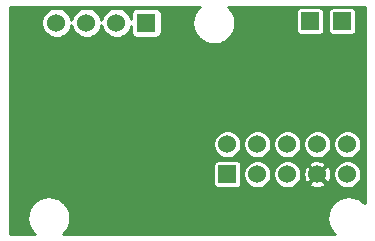
<source format=gbl>
G04 (created by PCBNEW (2013-07-07 BZR 4022)-stable) date 03/12/2013 12:33:29*
%MOIN*%
G04 Gerber Fmt 3.4, Leading zero omitted, Abs format*
%FSLAX34Y34*%
G01*
G70*
G90*
G04 APERTURE LIST*
%ADD10C,0.00590551*%
%ADD11R,0.06X0.06*%
%ADD12C,0.06*%
%ADD13C,0.011811*%
%ADD14C,0.00984252*%
G04 APERTURE END LIST*
G54D10*
G54D11*
X90450Y-26300D03*
G54D12*
X90450Y-25300D03*
X91450Y-26300D03*
X91450Y-25300D03*
X92450Y-26300D03*
X92450Y-25300D03*
X93450Y-26300D03*
X93450Y-25300D03*
X94450Y-26300D03*
X94450Y-25300D03*
G54D11*
X87750Y-21250D03*
G54D12*
X86750Y-21250D03*
X85750Y-21250D03*
X84750Y-21250D03*
G54D11*
X94275Y-21200D03*
X93200Y-21200D03*
G54D13*
X90470Y-26320D02*
X90450Y-26300D01*
G54D10*
G36*
X95032Y-27272D02*
X95009Y-27245D01*
X94995Y-27232D01*
X94980Y-27218D01*
X94978Y-27216D01*
X94978Y-27216D01*
X94978Y-27216D01*
X94917Y-27168D01*
X94917Y-26254D01*
X94917Y-25254D01*
X94899Y-25164D01*
X94864Y-25079D01*
X94813Y-25003D01*
X94749Y-24938D01*
X94742Y-24933D01*
X94742Y-21484D01*
X94742Y-20883D01*
X94735Y-20851D01*
X94723Y-20821D01*
X94705Y-20793D01*
X94682Y-20770D01*
X94654Y-20752D01*
X94624Y-20739D01*
X94592Y-20732D01*
X94559Y-20732D01*
X93958Y-20732D01*
X93926Y-20739D01*
X93896Y-20751D01*
X93868Y-20769D01*
X93845Y-20792D01*
X93827Y-20820D01*
X93814Y-20850D01*
X93807Y-20882D01*
X93807Y-20915D01*
X93807Y-21516D01*
X93814Y-21548D01*
X93826Y-21578D01*
X93844Y-21606D01*
X93867Y-21629D01*
X93895Y-21647D01*
X93925Y-21660D01*
X93957Y-21667D01*
X93990Y-21667D01*
X94591Y-21667D01*
X94623Y-21660D01*
X94653Y-21648D01*
X94681Y-21630D01*
X94704Y-21607D01*
X94722Y-21579D01*
X94735Y-21549D01*
X94742Y-21517D01*
X94742Y-21484D01*
X94742Y-24933D01*
X94673Y-24886D01*
X94588Y-24851D01*
X94499Y-24832D01*
X94407Y-24832D01*
X94317Y-24849D01*
X94232Y-24883D01*
X94155Y-24934D01*
X94090Y-24998D01*
X94038Y-25073D01*
X94002Y-25158D01*
X93983Y-25247D01*
X93982Y-25339D01*
X93998Y-25429D01*
X94032Y-25514D01*
X94081Y-25591D01*
X94145Y-25657D01*
X94220Y-25709D01*
X94304Y-25746D01*
X94394Y-25766D01*
X94486Y-25768D01*
X94576Y-25752D01*
X94661Y-25719D01*
X94739Y-25670D01*
X94805Y-25606D01*
X94858Y-25531D01*
X94895Y-25448D01*
X94915Y-25358D01*
X94917Y-25254D01*
X94917Y-26254D01*
X94899Y-26164D01*
X94864Y-26079D01*
X94813Y-26003D01*
X94749Y-25938D01*
X94673Y-25886D01*
X94588Y-25851D01*
X94499Y-25832D01*
X94407Y-25832D01*
X94317Y-25849D01*
X94232Y-25883D01*
X94155Y-25934D01*
X94090Y-25998D01*
X94038Y-26073D01*
X94002Y-26158D01*
X93983Y-26247D01*
X93982Y-26339D01*
X93998Y-26429D01*
X94032Y-26514D01*
X94081Y-26591D01*
X94145Y-26657D01*
X94220Y-26709D01*
X94304Y-26746D01*
X94394Y-26766D01*
X94486Y-26768D01*
X94576Y-26752D01*
X94661Y-26719D01*
X94739Y-26670D01*
X94805Y-26606D01*
X94858Y-26531D01*
X94895Y-26448D01*
X94915Y-26358D01*
X94917Y-26254D01*
X94917Y-27168D01*
X94901Y-27156D01*
X94885Y-27146D01*
X94868Y-27135D01*
X94865Y-27133D01*
X94865Y-27133D01*
X94778Y-27089D01*
X94760Y-27082D01*
X94742Y-27075D01*
X94739Y-27074D01*
X94645Y-27048D01*
X94625Y-27044D01*
X94606Y-27041D01*
X94603Y-27040D01*
X94603Y-27040D01*
X94506Y-27033D01*
X94486Y-27033D01*
X94466Y-27033D01*
X94463Y-27034D01*
X94366Y-27045D01*
X94347Y-27050D01*
X94328Y-27054D01*
X94325Y-27054D01*
X94232Y-27085D01*
X94214Y-27093D01*
X94196Y-27100D01*
X94193Y-27102D01*
X94193Y-27102D01*
X94193Y-27102D01*
X94108Y-27149D01*
X94092Y-27160D01*
X94076Y-27171D01*
X94073Y-27173D01*
X93999Y-27237D01*
X93985Y-27251D01*
X93971Y-27265D01*
X93970Y-27267D01*
X93919Y-27331D01*
X93919Y-26309D01*
X93917Y-26282D01*
X93917Y-25254D01*
X93899Y-25164D01*
X93864Y-25079D01*
X93813Y-25003D01*
X93749Y-24938D01*
X93673Y-24886D01*
X93667Y-24884D01*
X93667Y-21484D01*
X93667Y-20883D01*
X93660Y-20851D01*
X93648Y-20821D01*
X93630Y-20793D01*
X93607Y-20770D01*
X93579Y-20752D01*
X93549Y-20739D01*
X93517Y-20732D01*
X93484Y-20732D01*
X92883Y-20732D01*
X92851Y-20739D01*
X92821Y-20751D01*
X92793Y-20769D01*
X92770Y-20792D01*
X92752Y-20820D01*
X92739Y-20850D01*
X92732Y-20882D01*
X92732Y-20915D01*
X92732Y-21516D01*
X92739Y-21548D01*
X92751Y-21578D01*
X92769Y-21606D01*
X92792Y-21629D01*
X92820Y-21647D01*
X92850Y-21660D01*
X92882Y-21667D01*
X92915Y-21667D01*
X93516Y-21667D01*
X93548Y-21660D01*
X93578Y-21648D01*
X93606Y-21630D01*
X93629Y-21607D01*
X93647Y-21579D01*
X93660Y-21549D01*
X93667Y-21517D01*
X93667Y-21484D01*
X93667Y-24884D01*
X93588Y-24851D01*
X93499Y-24832D01*
X93407Y-24832D01*
X93317Y-24849D01*
X93232Y-24883D01*
X93155Y-24934D01*
X93090Y-24998D01*
X93038Y-25073D01*
X93002Y-25158D01*
X92983Y-25247D01*
X92982Y-25339D01*
X92998Y-25429D01*
X93032Y-25514D01*
X93081Y-25591D01*
X93145Y-25657D01*
X93220Y-25709D01*
X93304Y-25746D01*
X93394Y-25766D01*
X93486Y-25768D01*
X93576Y-25752D01*
X93661Y-25719D01*
X93739Y-25670D01*
X93805Y-25606D01*
X93858Y-25531D01*
X93895Y-25448D01*
X93915Y-25358D01*
X93917Y-25254D01*
X93917Y-26282D01*
X93912Y-26218D01*
X93887Y-26130D01*
X93846Y-26048D01*
X93835Y-26032D01*
X93759Y-26004D01*
X93745Y-26018D01*
X93745Y-25990D01*
X93717Y-25914D01*
X93637Y-25869D01*
X93550Y-25841D01*
X93459Y-25830D01*
X93368Y-25837D01*
X93280Y-25862D01*
X93198Y-25903D01*
X93182Y-25914D01*
X93154Y-25990D01*
X93450Y-26286D01*
X93745Y-25990D01*
X93745Y-26018D01*
X93463Y-26300D01*
X93759Y-26595D01*
X93835Y-26567D01*
X93880Y-26487D01*
X93908Y-26400D01*
X93919Y-26309D01*
X93919Y-27331D01*
X93909Y-27344D01*
X93898Y-27360D01*
X93887Y-27377D01*
X93886Y-27379D01*
X93841Y-27466D01*
X93834Y-27484D01*
X93827Y-27503D01*
X93826Y-27506D01*
X93799Y-27599D01*
X93795Y-27619D01*
X93791Y-27638D01*
X93791Y-27641D01*
X93783Y-27738D01*
X93783Y-27758D01*
X93783Y-27778D01*
X93784Y-27781D01*
X93794Y-27878D01*
X93799Y-27897D01*
X93802Y-27916D01*
X93803Y-27919D01*
X93833Y-28012D01*
X93841Y-28030D01*
X93848Y-28048D01*
X93849Y-28051D01*
X93897Y-28137D01*
X93908Y-28153D01*
X93919Y-28169D01*
X93920Y-28172D01*
X93983Y-28246D01*
X93997Y-28260D01*
X94011Y-28274D01*
X94013Y-28276D01*
X94013Y-28276D01*
X94021Y-28282D01*
X93745Y-28282D01*
X93745Y-26609D01*
X93450Y-26313D01*
X93436Y-26327D01*
X93436Y-26300D01*
X93140Y-26004D01*
X93064Y-26032D01*
X93019Y-26112D01*
X92991Y-26199D01*
X92980Y-26290D01*
X92987Y-26381D01*
X93012Y-26469D01*
X93053Y-26551D01*
X93064Y-26567D01*
X93140Y-26595D01*
X93436Y-26300D01*
X93436Y-26327D01*
X93154Y-26609D01*
X93182Y-26685D01*
X93262Y-26730D01*
X93349Y-26758D01*
X93440Y-26769D01*
X93531Y-26762D01*
X93619Y-26737D01*
X93701Y-26696D01*
X93717Y-26685D01*
X93745Y-26609D01*
X93745Y-28282D01*
X92917Y-28282D01*
X92917Y-26254D01*
X92917Y-25254D01*
X92899Y-25164D01*
X92864Y-25079D01*
X92813Y-25003D01*
X92749Y-24938D01*
X92673Y-24886D01*
X92588Y-24851D01*
X92499Y-24832D01*
X92407Y-24832D01*
X92317Y-24849D01*
X92232Y-24883D01*
X92155Y-24934D01*
X92090Y-24998D01*
X92038Y-25073D01*
X92002Y-25158D01*
X91983Y-25247D01*
X91982Y-25339D01*
X91998Y-25429D01*
X92032Y-25514D01*
X92081Y-25591D01*
X92145Y-25657D01*
X92220Y-25709D01*
X92304Y-25746D01*
X92394Y-25766D01*
X92486Y-25768D01*
X92576Y-25752D01*
X92661Y-25719D01*
X92739Y-25670D01*
X92805Y-25606D01*
X92858Y-25531D01*
X92895Y-25448D01*
X92915Y-25358D01*
X92917Y-25254D01*
X92917Y-26254D01*
X92899Y-26164D01*
X92864Y-26079D01*
X92813Y-26003D01*
X92749Y-25938D01*
X92673Y-25886D01*
X92588Y-25851D01*
X92499Y-25832D01*
X92407Y-25832D01*
X92317Y-25849D01*
X92232Y-25883D01*
X92155Y-25934D01*
X92090Y-25998D01*
X92038Y-26073D01*
X92002Y-26158D01*
X91983Y-26247D01*
X91982Y-26339D01*
X91998Y-26429D01*
X92032Y-26514D01*
X92081Y-26591D01*
X92145Y-26657D01*
X92220Y-26709D01*
X92304Y-26746D01*
X92394Y-26766D01*
X92486Y-26768D01*
X92576Y-26752D01*
X92661Y-26719D01*
X92739Y-26670D01*
X92805Y-26606D01*
X92858Y-26531D01*
X92895Y-26448D01*
X92915Y-26358D01*
X92917Y-26254D01*
X92917Y-28282D01*
X91917Y-28282D01*
X91917Y-26254D01*
X91917Y-25254D01*
X91899Y-25164D01*
X91864Y-25079D01*
X91813Y-25003D01*
X91749Y-24938D01*
X91673Y-24886D01*
X91588Y-24851D01*
X91499Y-24832D01*
X91407Y-24832D01*
X91317Y-24849D01*
X91232Y-24883D01*
X91155Y-24934D01*
X91090Y-24998D01*
X91038Y-25073D01*
X91002Y-25158D01*
X90983Y-25247D01*
X90982Y-25339D01*
X90998Y-25429D01*
X91032Y-25514D01*
X91081Y-25591D01*
X91145Y-25657D01*
X91220Y-25709D01*
X91304Y-25746D01*
X91394Y-25766D01*
X91486Y-25768D01*
X91576Y-25752D01*
X91661Y-25719D01*
X91739Y-25670D01*
X91805Y-25606D01*
X91858Y-25531D01*
X91895Y-25448D01*
X91915Y-25358D01*
X91917Y-25254D01*
X91917Y-26254D01*
X91899Y-26164D01*
X91864Y-26079D01*
X91813Y-26003D01*
X91749Y-25938D01*
X91673Y-25886D01*
X91588Y-25851D01*
X91499Y-25832D01*
X91407Y-25832D01*
X91317Y-25849D01*
X91232Y-25883D01*
X91155Y-25934D01*
X91090Y-25998D01*
X91038Y-26073D01*
X91002Y-26158D01*
X90983Y-26247D01*
X90982Y-26339D01*
X90998Y-26429D01*
X91032Y-26514D01*
X91081Y-26591D01*
X91145Y-26657D01*
X91220Y-26709D01*
X91304Y-26746D01*
X91394Y-26766D01*
X91486Y-26768D01*
X91576Y-26752D01*
X91661Y-26719D01*
X91739Y-26670D01*
X91805Y-26606D01*
X91858Y-26531D01*
X91895Y-26448D01*
X91915Y-26358D01*
X91917Y-26254D01*
X91917Y-28282D01*
X90917Y-28282D01*
X90917Y-26584D01*
X90917Y-26054D01*
X90917Y-25254D01*
X90899Y-25164D01*
X90864Y-25079D01*
X90813Y-25003D01*
X90749Y-24938D01*
X90673Y-24886D01*
X90588Y-24851D01*
X90499Y-24832D01*
X90407Y-24832D01*
X90317Y-24849D01*
X90232Y-24883D01*
X90155Y-24934D01*
X90090Y-24998D01*
X90038Y-25073D01*
X90002Y-25158D01*
X89983Y-25247D01*
X89982Y-25339D01*
X89998Y-25429D01*
X90032Y-25514D01*
X90081Y-25591D01*
X90145Y-25657D01*
X90220Y-25709D01*
X90304Y-25746D01*
X90394Y-25766D01*
X90486Y-25768D01*
X90576Y-25752D01*
X90661Y-25719D01*
X90739Y-25670D01*
X90805Y-25606D01*
X90858Y-25531D01*
X90895Y-25448D01*
X90915Y-25358D01*
X90917Y-25254D01*
X90917Y-26054D01*
X90917Y-25983D01*
X90910Y-25951D01*
X90898Y-25921D01*
X90880Y-25893D01*
X90857Y-25870D01*
X90829Y-25852D01*
X90799Y-25839D01*
X90767Y-25832D01*
X90734Y-25832D01*
X90133Y-25832D01*
X90101Y-25839D01*
X90071Y-25851D01*
X90043Y-25869D01*
X90020Y-25892D01*
X90002Y-25920D01*
X89989Y-25950D01*
X89982Y-25982D01*
X89982Y-26015D01*
X89982Y-26616D01*
X89989Y-26648D01*
X90001Y-26678D01*
X90019Y-26706D01*
X90042Y-26729D01*
X90070Y-26747D01*
X90100Y-26760D01*
X90132Y-26767D01*
X90165Y-26767D01*
X90766Y-26767D01*
X90798Y-26760D01*
X90828Y-26748D01*
X90856Y-26730D01*
X90879Y-26707D01*
X90897Y-26679D01*
X90910Y-26649D01*
X90917Y-26617D01*
X90917Y-26584D01*
X90917Y-28282D01*
X88256Y-28282D01*
X88256Y-21531D01*
X88256Y-20929D01*
X88248Y-20889D01*
X88233Y-20852D01*
X88210Y-20818D01*
X88182Y-20789D01*
X88148Y-20767D01*
X88111Y-20751D01*
X88071Y-20743D01*
X88031Y-20743D01*
X87429Y-20743D01*
X87389Y-20751D01*
X87352Y-20766D01*
X87318Y-20789D01*
X87289Y-20817D01*
X87267Y-20851D01*
X87251Y-20888D01*
X87243Y-20928D01*
X87243Y-20968D01*
X87243Y-21132D01*
X87237Y-21102D01*
X87199Y-21010D01*
X87144Y-20928D01*
X87074Y-20857D01*
X86992Y-20802D01*
X86900Y-20763D01*
X86803Y-20743D01*
X86703Y-20742D01*
X86606Y-20761D01*
X86514Y-20798D01*
X86430Y-20853D01*
X86359Y-20922D01*
X86303Y-21004D01*
X86264Y-21096D01*
X86249Y-21165D01*
X86237Y-21102D01*
X86199Y-21010D01*
X86144Y-20928D01*
X86074Y-20857D01*
X85992Y-20802D01*
X85900Y-20763D01*
X85803Y-20743D01*
X85703Y-20742D01*
X85606Y-20761D01*
X85514Y-20798D01*
X85430Y-20853D01*
X85359Y-20922D01*
X85303Y-21004D01*
X85264Y-21096D01*
X85249Y-21165D01*
X85237Y-21102D01*
X85199Y-21010D01*
X85144Y-20928D01*
X85074Y-20857D01*
X84992Y-20802D01*
X84900Y-20763D01*
X84803Y-20743D01*
X84703Y-20742D01*
X84606Y-20761D01*
X84514Y-20798D01*
X84430Y-20853D01*
X84359Y-20922D01*
X84303Y-21004D01*
X84264Y-21096D01*
X84244Y-21193D01*
X84242Y-21292D01*
X84260Y-21390D01*
X84297Y-21482D01*
X84350Y-21566D01*
X84420Y-21637D01*
X84501Y-21694D01*
X84592Y-21734D01*
X84689Y-21755D01*
X84789Y-21757D01*
X84886Y-21740D01*
X84979Y-21704D01*
X85063Y-21651D01*
X85135Y-21582D01*
X85192Y-21501D01*
X85233Y-21410D01*
X85250Y-21334D01*
X85260Y-21390D01*
X85297Y-21482D01*
X85350Y-21566D01*
X85420Y-21637D01*
X85501Y-21694D01*
X85592Y-21734D01*
X85689Y-21755D01*
X85789Y-21757D01*
X85886Y-21740D01*
X85979Y-21704D01*
X86063Y-21651D01*
X86135Y-21582D01*
X86192Y-21501D01*
X86233Y-21410D01*
X86250Y-21334D01*
X86260Y-21390D01*
X86297Y-21482D01*
X86350Y-21566D01*
X86420Y-21637D01*
X86501Y-21694D01*
X86592Y-21734D01*
X86689Y-21755D01*
X86789Y-21757D01*
X86886Y-21740D01*
X86979Y-21704D01*
X87063Y-21651D01*
X87135Y-21582D01*
X87192Y-21501D01*
X87233Y-21410D01*
X87243Y-21366D01*
X87243Y-21570D01*
X87251Y-21610D01*
X87266Y-21647D01*
X87289Y-21681D01*
X87317Y-21710D01*
X87351Y-21732D01*
X87388Y-21748D01*
X87428Y-21756D01*
X87468Y-21756D01*
X88070Y-21756D01*
X88110Y-21748D01*
X88147Y-21733D01*
X88181Y-21710D01*
X88210Y-21682D01*
X88232Y-21648D01*
X88248Y-21611D01*
X88256Y-21571D01*
X88256Y-21531D01*
X88256Y-28282D01*
X84977Y-28282D01*
X84993Y-28269D01*
X85007Y-28255D01*
X85021Y-28242D01*
X85023Y-28239D01*
X85023Y-28239D01*
X85023Y-28239D01*
X85023Y-28239D01*
X85084Y-28164D01*
X85095Y-28147D01*
X85106Y-28131D01*
X85108Y-28128D01*
X85108Y-28128D01*
X85154Y-28042D01*
X85161Y-28024D01*
X85169Y-28006D01*
X85170Y-28003D01*
X85198Y-27909D01*
X85202Y-27890D01*
X85206Y-27871D01*
X85206Y-27868D01*
X85216Y-27771D01*
X85216Y-27760D01*
X85217Y-27749D01*
X85217Y-27746D01*
X85217Y-27733D01*
X85215Y-27722D01*
X85215Y-27711D01*
X85215Y-27708D01*
X85203Y-27611D01*
X85198Y-27592D01*
X85194Y-27573D01*
X85193Y-27570D01*
X85193Y-27570D01*
X85162Y-27478D01*
X85154Y-27460D01*
X85147Y-27441D01*
X85145Y-27439D01*
X85145Y-27439D01*
X85097Y-27354D01*
X85086Y-27338D01*
X85075Y-27322D01*
X85073Y-27319D01*
X85009Y-27245D01*
X84995Y-27232D01*
X84980Y-27218D01*
X84978Y-27216D01*
X84978Y-27216D01*
X84978Y-27216D01*
X84901Y-27156D01*
X84885Y-27146D01*
X84868Y-27135D01*
X84865Y-27133D01*
X84865Y-27133D01*
X84778Y-27089D01*
X84760Y-27082D01*
X84742Y-27075D01*
X84739Y-27074D01*
X84645Y-27048D01*
X84625Y-27044D01*
X84606Y-27041D01*
X84603Y-27040D01*
X84603Y-27040D01*
X84506Y-27033D01*
X84486Y-27033D01*
X84466Y-27033D01*
X84463Y-27034D01*
X84366Y-27045D01*
X84347Y-27050D01*
X84328Y-27054D01*
X84325Y-27054D01*
X84232Y-27085D01*
X84214Y-27093D01*
X84196Y-27100D01*
X84193Y-27102D01*
X84193Y-27102D01*
X84193Y-27102D01*
X84108Y-27149D01*
X84092Y-27160D01*
X84076Y-27171D01*
X84073Y-27173D01*
X83999Y-27237D01*
X83985Y-27251D01*
X83971Y-27265D01*
X83970Y-27267D01*
X83909Y-27344D01*
X83898Y-27360D01*
X83887Y-27377D01*
X83886Y-27379D01*
X83841Y-27466D01*
X83834Y-27484D01*
X83827Y-27503D01*
X83826Y-27506D01*
X83799Y-27599D01*
X83795Y-27619D01*
X83791Y-27638D01*
X83791Y-27641D01*
X83783Y-27738D01*
X83783Y-27758D01*
X83783Y-27778D01*
X83784Y-27781D01*
X83794Y-27878D01*
X83799Y-27897D01*
X83802Y-27916D01*
X83803Y-27919D01*
X83833Y-28012D01*
X83841Y-28030D01*
X83848Y-28048D01*
X83849Y-28051D01*
X83897Y-28137D01*
X83908Y-28153D01*
X83919Y-28169D01*
X83920Y-28172D01*
X83983Y-28246D01*
X83997Y-28260D01*
X84011Y-28274D01*
X84013Y-28276D01*
X84013Y-28276D01*
X84021Y-28282D01*
X83217Y-28282D01*
X83217Y-20717D01*
X89522Y-20717D01*
X89506Y-20730D01*
X89492Y-20744D01*
X89478Y-20757D01*
X89476Y-20760D01*
X89415Y-20835D01*
X89404Y-20852D01*
X89393Y-20868D01*
X89391Y-20871D01*
X89345Y-20957D01*
X89338Y-20975D01*
X89330Y-20993D01*
X89329Y-20996D01*
X89301Y-21090D01*
X89297Y-21109D01*
X89293Y-21128D01*
X89293Y-21131D01*
X89283Y-21228D01*
X89283Y-21239D01*
X89282Y-21250D01*
X89282Y-21253D01*
X89282Y-21266D01*
X89284Y-21277D01*
X89284Y-21288D01*
X89284Y-21291D01*
X89296Y-21388D01*
X89301Y-21407D01*
X89305Y-21426D01*
X89306Y-21429D01*
X89337Y-21521D01*
X89345Y-21539D01*
X89352Y-21558D01*
X89354Y-21560D01*
X89402Y-21645D01*
X89413Y-21661D01*
X89424Y-21677D01*
X89426Y-21680D01*
X89426Y-21680D01*
X89426Y-21680D01*
X89426Y-21680D01*
X89490Y-21754D01*
X89504Y-21767D01*
X89519Y-21781D01*
X89521Y-21783D01*
X89598Y-21843D01*
X89614Y-21853D01*
X89631Y-21864D01*
X89634Y-21866D01*
X89634Y-21866D01*
X89634Y-21866D01*
X89634Y-21866D01*
X89721Y-21910D01*
X89739Y-21917D01*
X89757Y-21924D01*
X89760Y-21925D01*
X89760Y-21925D01*
X89854Y-21951D01*
X89874Y-21955D01*
X89893Y-21958D01*
X89896Y-21959D01*
X89896Y-21959D01*
X89993Y-21966D01*
X90013Y-21966D01*
X90033Y-21966D01*
X90036Y-21965D01*
X90036Y-21965D01*
X90133Y-21954D01*
X90152Y-21949D01*
X90171Y-21945D01*
X90174Y-21945D01*
X90267Y-21914D01*
X90285Y-21906D01*
X90303Y-21899D01*
X90306Y-21897D01*
X90306Y-21897D01*
X90391Y-21850D01*
X90407Y-21839D01*
X90423Y-21828D01*
X90426Y-21826D01*
X90426Y-21826D01*
X90426Y-21826D01*
X90426Y-21826D01*
X90500Y-21762D01*
X90514Y-21748D01*
X90528Y-21734D01*
X90529Y-21732D01*
X90590Y-21655D01*
X90601Y-21639D01*
X90612Y-21622D01*
X90613Y-21620D01*
X90613Y-21620D01*
X90658Y-21533D01*
X90665Y-21515D01*
X90672Y-21496D01*
X90673Y-21493D01*
X90700Y-21400D01*
X90704Y-21380D01*
X90708Y-21361D01*
X90708Y-21358D01*
X90708Y-21358D01*
X90716Y-21261D01*
X90716Y-21241D01*
X90716Y-21221D01*
X90715Y-21218D01*
X90715Y-21218D01*
X90705Y-21121D01*
X90700Y-21102D01*
X90697Y-21083D01*
X90696Y-21080D01*
X90666Y-20987D01*
X90658Y-20969D01*
X90651Y-20951D01*
X90650Y-20948D01*
X90650Y-20948D01*
X90602Y-20862D01*
X90591Y-20846D01*
X90580Y-20830D01*
X90579Y-20827D01*
X90579Y-20827D01*
X90516Y-20753D01*
X90502Y-20739D01*
X90488Y-20725D01*
X90486Y-20723D01*
X90478Y-20717D01*
X95032Y-20717D01*
X95032Y-27272D01*
X95032Y-27272D01*
G37*
G54D14*
X95032Y-27272D02*
X95009Y-27245D01*
X94995Y-27232D01*
X94980Y-27218D01*
X94978Y-27216D01*
X94978Y-27216D01*
X94978Y-27216D01*
X94917Y-27168D01*
X94917Y-26254D01*
X94917Y-25254D01*
X94899Y-25164D01*
X94864Y-25079D01*
X94813Y-25003D01*
X94749Y-24938D01*
X94742Y-24933D01*
X94742Y-21484D01*
X94742Y-20883D01*
X94735Y-20851D01*
X94723Y-20821D01*
X94705Y-20793D01*
X94682Y-20770D01*
X94654Y-20752D01*
X94624Y-20739D01*
X94592Y-20732D01*
X94559Y-20732D01*
X93958Y-20732D01*
X93926Y-20739D01*
X93896Y-20751D01*
X93868Y-20769D01*
X93845Y-20792D01*
X93827Y-20820D01*
X93814Y-20850D01*
X93807Y-20882D01*
X93807Y-20915D01*
X93807Y-21516D01*
X93814Y-21548D01*
X93826Y-21578D01*
X93844Y-21606D01*
X93867Y-21629D01*
X93895Y-21647D01*
X93925Y-21660D01*
X93957Y-21667D01*
X93990Y-21667D01*
X94591Y-21667D01*
X94623Y-21660D01*
X94653Y-21648D01*
X94681Y-21630D01*
X94704Y-21607D01*
X94722Y-21579D01*
X94735Y-21549D01*
X94742Y-21517D01*
X94742Y-21484D01*
X94742Y-24933D01*
X94673Y-24886D01*
X94588Y-24851D01*
X94499Y-24832D01*
X94407Y-24832D01*
X94317Y-24849D01*
X94232Y-24883D01*
X94155Y-24934D01*
X94090Y-24998D01*
X94038Y-25073D01*
X94002Y-25158D01*
X93983Y-25247D01*
X93982Y-25339D01*
X93998Y-25429D01*
X94032Y-25514D01*
X94081Y-25591D01*
X94145Y-25657D01*
X94220Y-25709D01*
X94304Y-25746D01*
X94394Y-25766D01*
X94486Y-25768D01*
X94576Y-25752D01*
X94661Y-25719D01*
X94739Y-25670D01*
X94805Y-25606D01*
X94858Y-25531D01*
X94895Y-25448D01*
X94915Y-25358D01*
X94917Y-25254D01*
X94917Y-26254D01*
X94899Y-26164D01*
X94864Y-26079D01*
X94813Y-26003D01*
X94749Y-25938D01*
X94673Y-25886D01*
X94588Y-25851D01*
X94499Y-25832D01*
X94407Y-25832D01*
X94317Y-25849D01*
X94232Y-25883D01*
X94155Y-25934D01*
X94090Y-25998D01*
X94038Y-26073D01*
X94002Y-26158D01*
X93983Y-26247D01*
X93982Y-26339D01*
X93998Y-26429D01*
X94032Y-26514D01*
X94081Y-26591D01*
X94145Y-26657D01*
X94220Y-26709D01*
X94304Y-26746D01*
X94394Y-26766D01*
X94486Y-26768D01*
X94576Y-26752D01*
X94661Y-26719D01*
X94739Y-26670D01*
X94805Y-26606D01*
X94858Y-26531D01*
X94895Y-26448D01*
X94915Y-26358D01*
X94917Y-26254D01*
X94917Y-27168D01*
X94901Y-27156D01*
X94885Y-27146D01*
X94868Y-27135D01*
X94865Y-27133D01*
X94865Y-27133D01*
X94778Y-27089D01*
X94760Y-27082D01*
X94742Y-27075D01*
X94739Y-27074D01*
X94645Y-27048D01*
X94625Y-27044D01*
X94606Y-27041D01*
X94603Y-27040D01*
X94603Y-27040D01*
X94506Y-27033D01*
X94486Y-27033D01*
X94466Y-27033D01*
X94463Y-27034D01*
X94366Y-27045D01*
X94347Y-27050D01*
X94328Y-27054D01*
X94325Y-27054D01*
X94232Y-27085D01*
X94214Y-27093D01*
X94196Y-27100D01*
X94193Y-27102D01*
X94193Y-27102D01*
X94193Y-27102D01*
X94108Y-27149D01*
X94092Y-27160D01*
X94076Y-27171D01*
X94073Y-27173D01*
X93999Y-27237D01*
X93985Y-27251D01*
X93971Y-27265D01*
X93970Y-27267D01*
X93919Y-27331D01*
X93919Y-26309D01*
X93917Y-26282D01*
X93917Y-25254D01*
X93899Y-25164D01*
X93864Y-25079D01*
X93813Y-25003D01*
X93749Y-24938D01*
X93673Y-24886D01*
X93667Y-24884D01*
X93667Y-21484D01*
X93667Y-20883D01*
X93660Y-20851D01*
X93648Y-20821D01*
X93630Y-20793D01*
X93607Y-20770D01*
X93579Y-20752D01*
X93549Y-20739D01*
X93517Y-20732D01*
X93484Y-20732D01*
X92883Y-20732D01*
X92851Y-20739D01*
X92821Y-20751D01*
X92793Y-20769D01*
X92770Y-20792D01*
X92752Y-20820D01*
X92739Y-20850D01*
X92732Y-20882D01*
X92732Y-20915D01*
X92732Y-21516D01*
X92739Y-21548D01*
X92751Y-21578D01*
X92769Y-21606D01*
X92792Y-21629D01*
X92820Y-21647D01*
X92850Y-21660D01*
X92882Y-21667D01*
X92915Y-21667D01*
X93516Y-21667D01*
X93548Y-21660D01*
X93578Y-21648D01*
X93606Y-21630D01*
X93629Y-21607D01*
X93647Y-21579D01*
X93660Y-21549D01*
X93667Y-21517D01*
X93667Y-21484D01*
X93667Y-24884D01*
X93588Y-24851D01*
X93499Y-24832D01*
X93407Y-24832D01*
X93317Y-24849D01*
X93232Y-24883D01*
X93155Y-24934D01*
X93090Y-24998D01*
X93038Y-25073D01*
X93002Y-25158D01*
X92983Y-25247D01*
X92982Y-25339D01*
X92998Y-25429D01*
X93032Y-25514D01*
X93081Y-25591D01*
X93145Y-25657D01*
X93220Y-25709D01*
X93304Y-25746D01*
X93394Y-25766D01*
X93486Y-25768D01*
X93576Y-25752D01*
X93661Y-25719D01*
X93739Y-25670D01*
X93805Y-25606D01*
X93858Y-25531D01*
X93895Y-25448D01*
X93915Y-25358D01*
X93917Y-25254D01*
X93917Y-26282D01*
X93912Y-26218D01*
X93887Y-26130D01*
X93846Y-26048D01*
X93835Y-26032D01*
X93759Y-26004D01*
X93745Y-26018D01*
X93745Y-25990D01*
X93717Y-25914D01*
X93637Y-25869D01*
X93550Y-25841D01*
X93459Y-25830D01*
X93368Y-25837D01*
X93280Y-25862D01*
X93198Y-25903D01*
X93182Y-25914D01*
X93154Y-25990D01*
X93450Y-26286D01*
X93745Y-25990D01*
X93745Y-26018D01*
X93463Y-26300D01*
X93759Y-26595D01*
X93835Y-26567D01*
X93880Y-26487D01*
X93908Y-26400D01*
X93919Y-26309D01*
X93919Y-27331D01*
X93909Y-27344D01*
X93898Y-27360D01*
X93887Y-27377D01*
X93886Y-27379D01*
X93841Y-27466D01*
X93834Y-27484D01*
X93827Y-27503D01*
X93826Y-27506D01*
X93799Y-27599D01*
X93795Y-27619D01*
X93791Y-27638D01*
X93791Y-27641D01*
X93783Y-27738D01*
X93783Y-27758D01*
X93783Y-27778D01*
X93784Y-27781D01*
X93794Y-27878D01*
X93799Y-27897D01*
X93802Y-27916D01*
X93803Y-27919D01*
X93833Y-28012D01*
X93841Y-28030D01*
X93848Y-28048D01*
X93849Y-28051D01*
X93897Y-28137D01*
X93908Y-28153D01*
X93919Y-28169D01*
X93920Y-28172D01*
X93983Y-28246D01*
X93997Y-28260D01*
X94011Y-28274D01*
X94013Y-28276D01*
X94013Y-28276D01*
X94021Y-28282D01*
X93745Y-28282D01*
X93745Y-26609D01*
X93450Y-26313D01*
X93436Y-26327D01*
X93436Y-26300D01*
X93140Y-26004D01*
X93064Y-26032D01*
X93019Y-26112D01*
X92991Y-26199D01*
X92980Y-26290D01*
X92987Y-26381D01*
X93012Y-26469D01*
X93053Y-26551D01*
X93064Y-26567D01*
X93140Y-26595D01*
X93436Y-26300D01*
X93436Y-26327D01*
X93154Y-26609D01*
X93182Y-26685D01*
X93262Y-26730D01*
X93349Y-26758D01*
X93440Y-26769D01*
X93531Y-26762D01*
X93619Y-26737D01*
X93701Y-26696D01*
X93717Y-26685D01*
X93745Y-26609D01*
X93745Y-28282D01*
X92917Y-28282D01*
X92917Y-26254D01*
X92917Y-25254D01*
X92899Y-25164D01*
X92864Y-25079D01*
X92813Y-25003D01*
X92749Y-24938D01*
X92673Y-24886D01*
X92588Y-24851D01*
X92499Y-24832D01*
X92407Y-24832D01*
X92317Y-24849D01*
X92232Y-24883D01*
X92155Y-24934D01*
X92090Y-24998D01*
X92038Y-25073D01*
X92002Y-25158D01*
X91983Y-25247D01*
X91982Y-25339D01*
X91998Y-25429D01*
X92032Y-25514D01*
X92081Y-25591D01*
X92145Y-25657D01*
X92220Y-25709D01*
X92304Y-25746D01*
X92394Y-25766D01*
X92486Y-25768D01*
X92576Y-25752D01*
X92661Y-25719D01*
X92739Y-25670D01*
X92805Y-25606D01*
X92858Y-25531D01*
X92895Y-25448D01*
X92915Y-25358D01*
X92917Y-25254D01*
X92917Y-26254D01*
X92899Y-26164D01*
X92864Y-26079D01*
X92813Y-26003D01*
X92749Y-25938D01*
X92673Y-25886D01*
X92588Y-25851D01*
X92499Y-25832D01*
X92407Y-25832D01*
X92317Y-25849D01*
X92232Y-25883D01*
X92155Y-25934D01*
X92090Y-25998D01*
X92038Y-26073D01*
X92002Y-26158D01*
X91983Y-26247D01*
X91982Y-26339D01*
X91998Y-26429D01*
X92032Y-26514D01*
X92081Y-26591D01*
X92145Y-26657D01*
X92220Y-26709D01*
X92304Y-26746D01*
X92394Y-26766D01*
X92486Y-26768D01*
X92576Y-26752D01*
X92661Y-26719D01*
X92739Y-26670D01*
X92805Y-26606D01*
X92858Y-26531D01*
X92895Y-26448D01*
X92915Y-26358D01*
X92917Y-26254D01*
X92917Y-28282D01*
X91917Y-28282D01*
X91917Y-26254D01*
X91917Y-25254D01*
X91899Y-25164D01*
X91864Y-25079D01*
X91813Y-25003D01*
X91749Y-24938D01*
X91673Y-24886D01*
X91588Y-24851D01*
X91499Y-24832D01*
X91407Y-24832D01*
X91317Y-24849D01*
X91232Y-24883D01*
X91155Y-24934D01*
X91090Y-24998D01*
X91038Y-25073D01*
X91002Y-25158D01*
X90983Y-25247D01*
X90982Y-25339D01*
X90998Y-25429D01*
X91032Y-25514D01*
X91081Y-25591D01*
X91145Y-25657D01*
X91220Y-25709D01*
X91304Y-25746D01*
X91394Y-25766D01*
X91486Y-25768D01*
X91576Y-25752D01*
X91661Y-25719D01*
X91739Y-25670D01*
X91805Y-25606D01*
X91858Y-25531D01*
X91895Y-25448D01*
X91915Y-25358D01*
X91917Y-25254D01*
X91917Y-26254D01*
X91899Y-26164D01*
X91864Y-26079D01*
X91813Y-26003D01*
X91749Y-25938D01*
X91673Y-25886D01*
X91588Y-25851D01*
X91499Y-25832D01*
X91407Y-25832D01*
X91317Y-25849D01*
X91232Y-25883D01*
X91155Y-25934D01*
X91090Y-25998D01*
X91038Y-26073D01*
X91002Y-26158D01*
X90983Y-26247D01*
X90982Y-26339D01*
X90998Y-26429D01*
X91032Y-26514D01*
X91081Y-26591D01*
X91145Y-26657D01*
X91220Y-26709D01*
X91304Y-26746D01*
X91394Y-26766D01*
X91486Y-26768D01*
X91576Y-26752D01*
X91661Y-26719D01*
X91739Y-26670D01*
X91805Y-26606D01*
X91858Y-26531D01*
X91895Y-26448D01*
X91915Y-26358D01*
X91917Y-26254D01*
X91917Y-28282D01*
X90917Y-28282D01*
X90917Y-26584D01*
X90917Y-26054D01*
X90917Y-25254D01*
X90899Y-25164D01*
X90864Y-25079D01*
X90813Y-25003D01*
X90749Y-24938D01*
X90673Y-24886D01*
X90588Y-24851D01*
X90499Y-24832D01*
X90407Y-24832D01*
X90317Y-24849D01*
X90232Y-24883D01*
X90155Y-24934D01*
X90090Y-24998D01*
X90038Y-25073D01*
X90002Y-25158D01*
X89983Y-25247D01*
X89982Y-25339D01*
X89998Y-25429D01*
X90032Y-25514D01*
X90081Y-25591D01*
X90145Y-25657D01*
X90220Y-25709D01*
X90304Y-25746D01*
X90394Y-25766D01*
X90486Y-25768D01*
X90576Y-25752D01*
X90661Y-25719D01*
X90739Y-25670D01*
X90805Y-25606D01*
X90858Y-25531D01*
X90895Y-25448D01*
X90915Y-25358D01*
X90917Y-25254D01*
X90917Y-26054D01*
X90917Y-25983D01*
X90910Y-25951D01*
X90898Y-25921D01*
X90880Y-25893D01*
X90857Y-25870D01*
X90829Y-25852D01*
X90799Y-25839D01*
X90767Y-25832D01*
X90734Y-25832D01*
X90133Y-25832D01*
X90101Y-25839D01*
X90071Y-25851D01*
X90043Y-25869D01*
X90020Y-25892D01*
X90002Y-25920D01*
X89989Y-25950D01*
X89982Y-25982D01*
X89982Y-26015D01*
X89982Y-26616D01*
X89989Y-26648D01*
X90001Y-26678D01*
X90019Y-26706D01*
X90042Y-26729D01*
X90070Y-26747D01*
X90100Y-26760D01*
X90132Y-26767D01*
X90165Y-26767D01*
X90766Y-26767D01*
X90798Y-26760D01*
X90828Y-26748D01*
X90856Y-26730D01*
X90879Y-26707D01*
X90897Y-26679D01*
X90910Y-26649D01*
X90917Y-26617D01*
X90917Y-26584D01*
X90917Y-28282D01*
X88256Y-28282D01*
X88256Y-21531D01*
X88256Y-20929D01*
X88248Y-20889D01*
X88233Y-20852D01*
X88210Y-20818D01*
X88182Y-20789D01*
X88148Y-20767D01*
X88111Y-20751D01*
X88071Y-20743D01*
X88031Y-20743D01*
X87429Y-20743D01*
X87389Y-20751D01*
X87352Y-20766D01*
X87318Y-20789D01*
X87289Y-20817D01*
X87267Y-20851D01*
X87251Y-20888D01*
X87243Y-20928D01*
X87243Y-20968D01*
X87243Y-21132D01*
X87237Y-21102D01*
X87199Y-21010D01*
X87144Y-20928D01*
X87074Y-20857D01*
X86992Y-20802D01*
X86900Y-20763D01*
X86803Y-20743D01*
X86703Y-20742D01*
X86606Y-20761D01*
X86514Y-20798D01*
X86430Y-20853D01*
X86359Y-20922D01*
X86303Y-21004D01*
X86264Y-21096D01*
X86249Y-21165D01*
X86237Y-21102D01*
X86199Y-21010D01*
X86144Y-20928D01*
X86074Y-20857D01*
X85992Y-20802D01*
X85900Y-20763D01*
X85803Y-20743D01*
X85703Y-20742D01*
X85606Y-20761D01*
X85514Y-20798D01*
X85430Y-20853D01*
X85359Y-20922D01*
X85303Y-21004D01*
X85264Y-21096D01*
X85249Y-21165D01*
X85237Y-21102D01*
X85199Y-21010D01*
X85144Y-20928D01*
X85074Y-20857D01*
X84992Y-20802D01*
X84900Y-20763D01*
X84803Y-20743D01*
X84703Y-20742D01*
X84606Y-20761D01*
X84514Y-20798D01*
X84430Y-20853D01*
X84359Y-20922D01*
X84303Y-21004D01*
X84264Y-21096D01*
X84244Y-21193D01*
X84242Y-21292D01*
X84260Y-21390D01*
X84297Y-21482D01*
X84350Y-21566D01*
X84420Y-21637D01*
X84501Y-21694D01*
X84592Y-21734D01*
X84689Y-21755D01*
X84789Y-21757D01*
X84886Y-21740D01*
X84979Y-21704D01*
X85063Y-21651D01*
X85135Y-21582D01*
X85192Y-21501D01*
X85233Y-21410D01*
X85250Y-21334D01*
X85260Y-21390D01*
X85297Y-21482D01*
X85350Y-21566D01*
X85420Y-21637D01*
X85501Y-21694D01*
X85592Y-21734D01*
X85689Y-21755D01*
X85789Y-21757D01*
X85886Y-21740D01*
X85979Y-21704D01*
X86063Y-21651D01*
X86135Y-21582D01*
X86192Y-21501D01*
X86233Y-21410D01*
X86250Y-21334D01*
X86260Y-21390D01*
X86297Y-21482D01*
X86350Y-21566D01*
X86420Y-21637D01*
X86501Y-21694D01*
X86592Y-21734D01*
X86689Y-21755D01*
X86789Y-21757D01*
X86886Y-21740D01*
X86979Y-21704D01*
X87063Y-21651D01*
X87135Y-21582D01*
X87192Y-21501D01*
X87233Y-21410D01*
X87243Y-21366D01*
X87243Y-21570D01*
X87251Y-21610D01*
X87266Y-21647D01*
X87289Y-21681D01*
X87317Y-21710D01*
X87351Y-21732D01*
X87388Y-21748D01*
X87428Y-21756D01*
X87468Y-21756D01*
X88070Y-21756D01*
X88110Y-21748D01*
X88147Y-21733D01*
X88181Y-21710D01*
X88210Y-21682D01*
X88232Y-21648D01*
X88248Y-21611D01*
X88256Y-21571D01*
X88256Y-21531D01*
X88256Y-28282D01*
X84977Y-28282D01*
X84993Y-28269D01*
X85007Y-28255D01*
X85021Y-28242D01*
X85023Y-28239D01*
X85023Y-28239D01*
X85023Y-28239D01*
X85023Y-28239D01*
X85084Y-28164D01*
X85095Y-28147D01*
X85106Y-28131D01*
X85108Y-28128D01*
X85108Y-28128D01*
X85154Y-28042D01*
X85161Y-28024D01*
X85169Y-28006D01*
X85170Y-28003D01*
X85198Y-27909D01*
X85202Y-27890D01*
X85206Y-27871D01*
X85206Y-27868D01*
X85216Y-27771D01*
X85216Y-27760D01*
X85217Y-27749D01*
X85217Y-27746D01*
X85217Y-27733D01*
X85215Y-27722D01*
X85215Y-27711D01*
X85215Y-27708D01*
X85203Y-27611D01*
X85198Y-27592D01*
X85194Y-27573D01*
X85193Y-27570D01*
X85193Y-27570D01*
X85162Y-27478D01*
X85154Y-27460D01*
X85147Y-27441D01*
X85145Y-27439D01*
X85145Y-27439D01*
X85097Y-27354D01*
X85086Y-27338D01*
X85075Y-27322D01*
X85073Y-27319D01*
X85009Y-27245D01*
X84995Y-27232D01*
X84980Y-27218D01*
X84978Y-27216D01*
X84978Y-27216D01*
X84978Y-27216D01*
X84901Y-27156D01*
X84885Y-27146D01*
X84868Y-27135D01*
X84865Y-27133D01*
X84865Y-27133D01*
X84778Y-27089D01*
X84760Y-27082D01*
X84742Y-27075D01*
X84739Y-27074D01*
X84645Y-27048D01*
X84625Y-27044D01*
X84606Y-27041D01*
X84603Y-27040D01*
X84603Y-27040D01*
X84506Y-27033D01*
X84486Y-27033D01*
X84466Y-27033D01*
X84463Y-27034D01*
X84366Y-27045D01*
X84347Y-27050D01*
X84328Y-27054D01*
X84325Y-27054D01*
X84232Y-27085D01*
X84214Y-27093D01*
X84196Y-27100D01*
X84193Y-27102D01*
X84193Y-27102D01*
X84193Y-27102D01*
X84108Y-27149D01*
X84092Y-27160D01*
X84076Y-27171D01*
X84073Y-27173D01*
X83999Y-27237D01*
X83985Y-27251D01*
X83971Y-27265D01*
X83970Y-27267D01*
X83909Y-27344D01*
X83898Y-27360D01*
X83887Y-27377D01*
X83886Y-27379D01*
X83841Y-27466D01*
X83834Y-27484D01*
X83827Y-27503D01*
X83826Y-27506D01*
X83799Y-27599D01*
X83795Y-27619D01*
X83791Y-27638D01*
X83791Y-27641D01*
X83783Y-27738D01*
X83783Y-27758D01*
X83783Y-27778D01*
X83784Y-27781D01*
X83794Y-27878D01*
X83799Y-27897D01*
X83802Y-27916D01*
X83803Y-27919D01*
X83833Y-28012D01*
X83841Y-28030D01*
X83848Y-28048D01*
X83849Y-28051D01*
X83897Y-28137D01*
X83908Y-28153D01*
X83919Y-28169D01*
X83920Y-28172D01*
X83983Y-28246D01*
X83997Y-28260D01*
X84011Y-28274D01*
X84013Y-28276D01*
X84013Y-28276D01*
X84021Y-28282D01*
X83217Y-28282D01*
X83217Y-20717D01*
X89522Y-20717D01*
X89506Y-20730D01*
X89492Y-20744D01*
X89478Y-20757D01*
X89476Y-20760D01*
X89415Y-20835D01*
X89404Y-20852D01*
X89393Y-20868D01*
X89391Y-20871D01*
X89345Y-20957D01*
X89338Y-20975D01*
X89330Y-20993D01*
X89329Y-20996D01*
X89301Y-21090D01*
X89297Y-21109D01*
X89293Y-21128D01*
X89293Y-21131D01*
X89283Y-21228D01*
X89283Y-21239D01*
X89282Y-21250D01*
X89282Y-21253D01*
X89282Y-21266D01*
X89284Y-21277D01*
X89284Y-21288D01*
X89284Y-21291D01*
X89296Y-21388D01*
X89301Y-21407D01*
X89305Y-21426D01*
X89306Y-21429D01*
X89337Y-21521D01*
X89345Y-21539D01*
X89352Y-21558D01*
X89354Y-21560D01*
X89402Y-21645D01*
X89413Y-21661D01*
X89424Y-21677D01*
X89426Y-21680D01*
X89426Y-21680D01*
X89426Y-21680D01*
X89426Y-21680D01*
X89490Y-21754D01*
X89504Y-21767D01*
X89519Y-21781D01*
X89521Y-21783D01*
X89598Y-21843D01*
X89614Y-21853D01*
X89631Y-21864D01*
X89634Y-21866D01*
X89634Y-21866D01*
X89634Y-21866D01*
X89634Y-21866D01*
X89721Y-21910D01*
X89739Y-21917D01*
X89757Y-21924D01*
X89760Y-21925D01*
X89760Y-21925D01*
X89854Y-21951D01*
X89874Y-21955D01*
X89893Y-21958D01*
X89896Y-21959D01*
X89896Y-21959D01*
X89993Y-21966D01*
X90013Y-21966D01*
X90033Y-21966D01*
X90036Y-21965D01*
X90036Y-21965D01*
X90133Y-21954D01*
X90152Y-21949D01*
X90171Y-21945D01*
X90174Y-21945D01*
X90267Y-21914D01*
X90285Y-21906D01*
X90303Y-21899D01*
X90306Y-21897D01*
X90306Y-21897D01*
X90391Y-21850D01*
X90407Y-21839D01*
X90423Y-21828D01*
X90426Y-21826D01*
X90426Y-21826D01*
X90426Y-21826D01*
X90426Y-21826D01*
X90500Y-21762D01*
X90514Y-21748D01*
X90528Y-21734D01*
X90529Y-21732D01*
X90590Y-21655D01*
X90601Y-21639D01*
X90612Y-21622D01*
X90613Y-21620D01*
X90613Y-21620D01*
X90658Y-21533D01*
X90665Y-21515D01*
X90672Y-21496D01*
X90673Y-21493D01*
X90700Y-21400D01*
X90704Y-21380D01*
X90708Y-21361D01*
X90708Y-21358D01*
X90708Y-21358D01*
X90716Y-21261D01*
X90716Y-21241D01*
X90716Y-21221D01*
X90715Y-21218D01*
X90715Y-21218D01*
X90705Y-21121D01*
X90700Y-21102D01*
X90697Y-21083D01*
X90696Y-21080D01*
X90666Y-20987D01*
X90658Y-20969D01*
X90651Y-20951D01*
X90650Y-20948D01*
X90650Y-20948D01*
X90602Y-20862D01*
X90591Y-20846D01*
X90580Y-20830D01*
X90579Y-20827D01*
X90579Y-20827D01*
X90516Y-20753D01*
X90502Y-20739D01*
X90488Y-20725D01*
X90486Y-20723D01*
X90478Y-20717D01*
X95032Y-20717D01*
X95032Y-27272D01*
M02*

</source>
